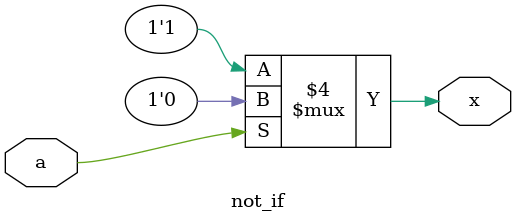
<source format=v>
`timescale 1ns/1ns

module not_if(a,x);

input a;
output x;

always@(a)
begin
	if(a == 1'b1)
		x = 1'b0;
	else
		x = 1'b1;
end
endmodule

</source>
